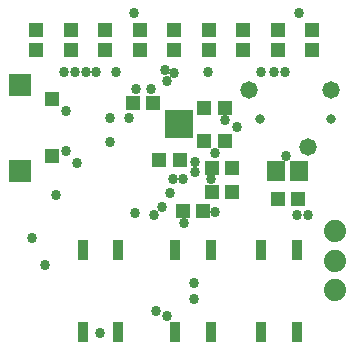
<source format=gbr>
G75*
%MOIN*%
%OFA0B0*%
%FSLAX25Y25*%
%IPPOS*%
%LPD*%
%AMOC8*
5,1,8,0,0,1.08239X$1,22.5*
%
%ADD10R,0.05131X0.04737*%
%ADD11R,0.04737X0.05131*%
%ADD12R,0.04800X0.04800*%
%ADD13R,0.07800X0.07800*%
%ADD14R,0.05918X0.06706*%
%ADD15R,0.03800X0.06800*%
%ADD16C,0.05800*%
%ADD17C,0.03162*%
%ADD18C,0.07400*%
%ADD19R,0.09800X0.09800*%
%ADD20C,0.03400*%
D10*
X0073954Y0069600D03*
X0080647Y0069600D03*
X0088954Y0076100D03*
X0095647Y0076100D03*
X0098147Y0067100D03*
X0091454Y0067100D03*
X0091454Y0059100D03*
X0098147Y0059100D03*
X0088347Y0052650D03*
X0081654Y0052650D03*
X0113354Y0056750D03*
X0120047Y0056750D03*
X0095647Y0087100D03*
X0088954Y0087100D03*
X0071747Y0088700D03*
X0065054Y0088700D03*
D11*
X0067301Y0106254D03*
X0067301Y0112946D03*
X0078801Y0112946D03*
X0078801Y0106254D03*
X0090301Y0106254D03*
X0090301Y0112946D03*
X0101801Y0112946D03*
X0101801Y0106254D03*
X0113301Y0106254D03*
X0113301Y0112946D03*
X0124801Y0112946D03*
X0124801Y0106254D03*
X0055801Y0106254D03*
X0055801Y0112946D03*
X0044301Y0112946D03*
X0044301Y0106254D03*
X0032801Y0106254D03*
X0032801Y0112946D03*
D12*
X0038251Y0089900D03*
X0038251Y0070900D03*
D13*
X0027501Y0066150D03*
X0027501Y0094650D03*
D14*
X0112911Y0066000D03*
X0120391Y0066000D03*
D15*
X0119706Y0039780D03*
X0107895Y0039780D03*
X0091006Y0039780D03*
X0079195Y0039780D03*
X0060106Y0039780D03*
X0048295Y0039780D03*
X0048295Y0012220D03*
X0060106Y0012220D03*
X0079195Y0012220D03*
X0091006Y0012220D03*
X0107895Y0012220D03*
X0119706Y0012220D03*
D16*
X0123359Y0074051D03*
X0131233Y0092949D03*
X0103674Y0092949D03*
D17*
X0107611Y0083500D03*
X0131233Y0083500D03*
D18*
X0132301Y0045993D03*
X0132301Y0036150D03*
X0132301Y0026307D03*
D19*
X0080301Y0081600D03*
D20*
X0035801Y0034600D03*
X0031601Y0043600D03*
X0039501Y0057900D03*
X0046301Y0068800D03*
X0042801Y0072600D03*
X0042801Y0085900D03*
X0042096Y0099100D03*
X0045801Y0099100D03*
X0049301Y0099100D03*
X0052801Y0099100D03*
X0059301Y0099100D03*
X0066201Y0093300D03*
X0071051Y0093350D03*
X0076501Y0096100D03*
X0075801Y0099600D03*
X0078951Y0098850D03*
X0090051Y0099150D03*
X0095647Y0083100D03*
X0099801Y0080600D03*
X0092301Y0072100D03*
X0085801Y0069100D03*
X0085801Y0065850D03*
X0081801Y0063350D03*
X0078301Y0063350D03*
X0077601Y0058700D03*
X0074801Y0054100D03*
X0072101Y0051500D03*
X0065901Y0052000D03*
X0082051Y0048750D03*
X0092451Y0052250D03*
X0091101Y0063200D03*
X0116101Y0071100D03*
X0119901Y0051200D03*
X0123601Y0051200D03*
X0085401Y0028800D03*
X0085401Y0023300D03*
X0076601Y0017800D03*
X0072801Y0019500D03*
X0054101Y0011900D03*
X0057301Y0075700D03*
X0057301Y0083600D03*
X0063851Y0083600D03*
X0065301Y0118600D03*
X0107738Y0098883D03*
X0111994Y0099139D03*
X0115750Y0098998D03*
X0120301Y0118600D03*
M02*

</source>
